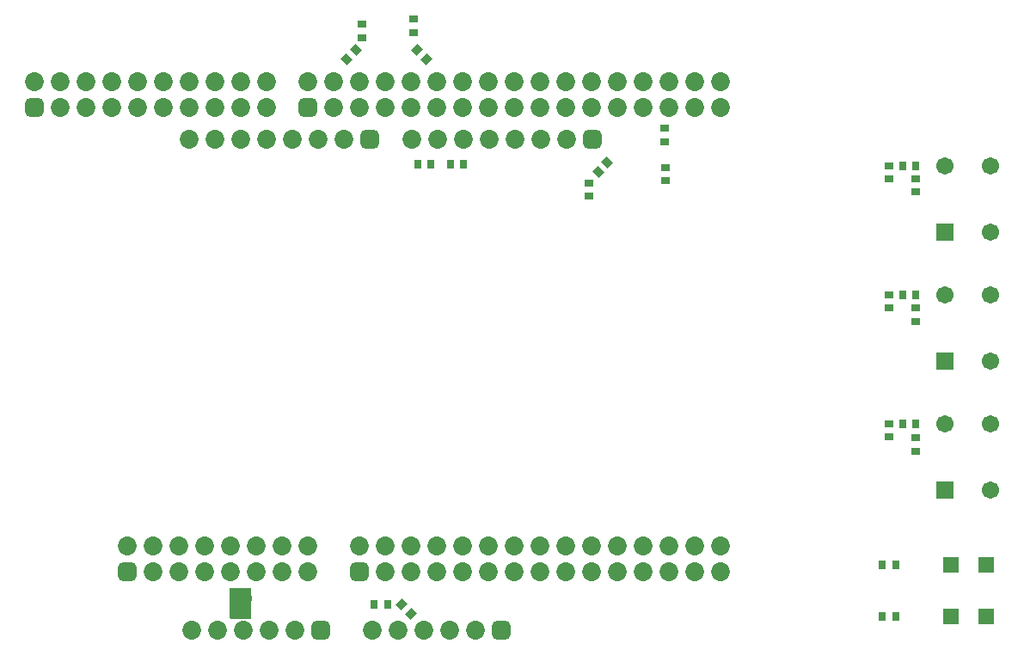
<source format=gbr>
G04*
G04 #@! TF.GenerationSoftware,Altium Limited,Altium Designer,23.10.1 (27)*
G04*
G04 Layer_Color=8388736*
%FSLAX44Y44*%
%MOMM*%
G71*
G04*
G04 #@! TF.SameCoordinates,671930CB-C111-41D6-978D-B382350784AC*
G04*
G04*
G04 #@! TF.FilePolarity,Negative*
G04*
G01*
G75*
%ADD13R,0.9032X0.8032*%
G04:AMPARAMS|DCode=14|XSize=0.9032mm|YSize=0.8032mm|CornerRadius=0mm|HoleSize=0mm|Usage=FLASHONLY|Rotation=45.000|XOffset=0mm|YOffset=0mm|HoleType=Round|Shape=Rectangle|*
%AMROTATEDRECTD14*
4,1,4,-0.0354,-0.6033,-0.6033,-0.0354,0.0354,0.6033,0.6033,0.0354,-0.0354,-0.6033,0.0*
%
%ADD14ROTATEDRECTD14*%

G04:AMPARAMS|DCode=15|XSize=0.9032mm|YSize=0.8032mm|CornerRadius=0mm|HoleSize=0mm|Usage=FLASHONLY|Rotation=135.000|XOffset=0mm|YOffset=0mm|HoleType=Round|Shape=Rectangle|*
%AMROTATEDRECTD15*
4,1,4,0.6033,-0.0354,0.0354,-0.6033,-0.6033,0.0354,-0.0354,0.6033,0.6033,-0.0354,0.0*
%
%ADD15ROTATEDRECTD15*%

%ADD16R,0.8032X0.9032*%
%ADD17R,1.5000X1.5000*%
G04:AMPARAMS|DCode=18|XSize=1.8532mm|YSize=1.8532mm|CornerRadius=0.5141mm|HoleSize=0mm|Usage=FLASHONLY|Rotation=180.000|XOffset=0mm|YOffset=0mm|HoleType=Round|Shape=RoundedRectangle|*
%AMROUNDEDRECTD18*
21,1,1.8532,0.8250,0,0,180.0*
21,1,0.8250,1.8532,0,0,180.0*
1,1,1.0282,-0.4125,0.4125*
1,1,1.0282,0.4125,0.4125*
1,1,1.0282,0.4125,-0.4125*
1,1,1.0282,-0.4125,-0.4125*
%
%ADD18ROUNDEDRECTD18*%
%ADD19C,1.8532*%
%ADD20R,1.7032X1.7032*%
%ADD21C,1.7032*%
G36*
X254700Y110983D02*
X254794Y110954D01*
X254881Y110908D01*
X254957Y110845D01*
X255020Y110769D01*
X255066Y110682D01*
X255095Y110588D01*
X255104Y110490D01*
Y103124D01*
X255519D01*
X255519Y98552D01*
X255091Y98155D01*
X255095Y98142D01*
X255096Y98134D01*
X255098Y98127D01*
X255100Y98085D01*
X255104Y98044D01*
Y81280D01*
X255095Y81182D01*
X255066Y81088D01*
X255020Y81001D01*
X254957Y80925D01*
X254881Y80862D01*
X254794Y80816D01*
X254700Y80787D01*
X254602Y80778D01*
X234590D01*
X234542Y80782D01*
X234496Y80786D01*
X234494Y80787D01*
X234492Y80787D01*
X234447Y80801D01*
X234401Y80814D01*
X234400Y80815D01*
X234397Y80816D01*
X234356Y80838D01*
X234314Y80860D01*
X234312Y80861D01*
X234311Y80862D01*
X234275Y80892D01*
X234238Y80922D01*
X234236Y80923D01*
X234234Y80925D01*
X234205Y80961D01*
X234174Y80997D01*
X234173Y80999D01*
X234172Y81001D01*
X234150Y81041D01*
X234127Y81084D01*
X234127Y81086D01*
X234125Y81088D01*
X234112Y81132D01*
X234098Y81178D01*
X234098Y81180D01*
X234097Y81182D01*
X234092Y81229D01*
X234087Y81276D01*
X233940Y98040D01*
X233943Y98081D01*
X233946Y98123D01*
X233948Y98130D01*
X233948Y98138D01*
X233960Y98178D01*
X233971Y98218D01*
X233974Y98225D01*
X233976Y98232D01*
X233992Y98263D01*
X233680Y98552D01*
Y103124D01*
X234100D01*
Y110490D01*
X234109Y110588D01*
X234138Y110682D01*
X234184Y110769D01*
X234247Y110845D01*
X234323Y110908D01*
X234410Y110954D01*
X234504Y110983D01*
X234602Y110992D01*
X254602D01*
X254700Y110983D01*
D02*
G37*
D13*
X414782Y658068D02*
D03*
Y671068D02*
D03*
X587248Y509778D02*
D03*
Y496778D02*
D03*
X662432Y550626D02*
D03*
Y563626D02*
D03*
X662940Y525272D02*
D03*
Y512272D02*
D03*
X909574Y245826D02*
D03*
Y258826D02*
D03*
Y373634D02*
D03*
Y386634D02*
D03*
Y500842D02*
D03*
Y513842D02*
D03*
X364490Y653034D02*
D03*
Y666034D02*
D03*
X882904Y399542D02*
D03*
Y386542D02*
D03*
Y526796D02*
D03*
Y513796D02*
D03*
Y272542D02*
D03*
Y259542D02*
D03*
D14*
X418296Y640863D02*
D03*
X427489Y631670D02*
D03*
X403050Y94790D02*
D03*
X412242Y85598D02*
D03*
D15*
X605790Y529590D02*
D03*
X596598Y520398D02*
D03*
X358205Y640688D02*
D03*
X349013Y631496D02*
D03*
D16*
X431800Y528066D02*
D03*
X418800D02*
D03*
X464104D02*
D03*
X451104D02*
D03*
X376128Y94996D02*
D03*
X389128D02*
D03*
X889504Y83058D02*
D03*
X876504D02*
D03*
X909574Y272542D02*
D03*
X896574D02*
D03*
X909620Y399542D02*
D03*
X896620D02*
D03*
X909620Y526796D02*
D03*
X896620D02*
D03*
X876508Y133604D02*
D03*
X889508D02*
D03*
D17*
X943894Y83058D02*
D03*
X978894D02*
D03*
X943890Y134112D02*
D03*
X978890D02*
D03*
D18*
X501500Y69497D02*
D03*
X323200D02*
D03*
X372100Y552697D02*
D03*
X591200D02*
D03*
X41778Y583880D02*
D03*
X361818Y126680D02*
D03*
X133218Y126680D02*
D03*
X311018Y583880D02*
D03*
D19*
X425300Y69497D02*
D03*
X450700D02*
D03*
X476100D02*
D03*
X399900D02*
D03*
X374500D02*
D03*
X196200D02*
D03*
X272400D02*
D03*
X247000D02*
D03*
X221600D02*
D03*
X297800D02*
D03*
X194300Y552697D02*
D03*
X219700D02*
D03*
X245100D02*
D03*
X270500D02*
D03*
X346700D02*
D03*
X321300D02*
D03*
X295900D02*
D03*
X413400D02*
D03*
X438800D02*
D03*
X464200D02*
D03*
X489600D02*
D03*
X565800D02*
D03*
X540400D02*
D03*
X515000D02*
D03*
X117978Y583880D02*
D03*
X92578D02*
D03*
X67178D02*
D03*
X143378D02*
D03*
X168778D02*
D03*
X41778Y609280D02*
D03*
X117978D02*
D03*
X92578D02*
D03*
X67178D02*
D03*
X143378D02*
D03*
X168778D02*
D03*
X194178Y583880D02*
D03*
X244978D02*
D03*
X219578D02*
D03*
X270378D02*
D03*
X194178Y609280D02*
D03*
X244978D02*
D03*
X219578D02*
D03*
X270378D02*
D03*
X692018Y126680D02*
D03*
X641218D02*
D03*
X615818D02*
D03*
X666618D02*
D03*
X717418D02*
D03*
Y152080D02*
D03*
X438018Y126680D02*
D03*
X412618D02*
D03*
X387218D02*
D03*
X463418D02*
D03*
X488818D02*
D03*
X361818Y152080D02*
D03*
X438018D02*
D03*
X412618D02*
D03*
X387218D02*
D03*
X463418D02*
D03*
X488818D02*
D03*
X514218Y126680D02*
D03*
X565018D02*
D03*
X539618D02*
D03*
X590418D02*
D03*
X514218Y152080D02*
D03*
X641218D02*
D03*
X692018D02*
D03*
X615818D02*
D03*
X565018D02*
D03*
X539618D02*
D03*
X590418D02*
D03*
X666618D02*
D03*
X311018Y152080D02*
D03*
X285618D02*
D03*
X311018Y126680D02*
D03*
X285618D02*
D03*
X260218Y152080D02*
D03*
X234818D02*
D03*
X158618D02*
D03*
X184018D02*
D03*
X209418D02*
D03*
X133218D02*
D03*
X260218Y126680D02*
D03*
X234818D02*
D03*
X158618D02*
D03*
X184018D02*
D03*
X209418D02*
D03*
X692018Y583880D02*
D03*
X641218D02*
D03*
X590418D02*
D03*
X565018D02*
D03*
X615818D02*
D03*
X666618D02*
D03*
X717418D02*
D03*
X692018Y609280D02*
D03*
X666618D02*
D03*
X717418D02*
D03*
X387218Y583880D02*
D03*
X361818D02*
D03*
X336418D02*
D03*
X412618D02*
D03*
X438018D02*
D03*
X311018Y609280D02*
D03*
X387218D02*
D03*
X361818D02*
D03*
X336418D02*
D03*
X412618D02*
D03*
X438018D02*
D03*
X463418Y583880D02*
D03*
X514218D02*
D03*
X488818D02*
D03*
X539618D02*
D03*
X463418Y609280D02*
D03*
X590418D02*
D03*
X641218D02*
D03*
X565018D02*
D03*
X514218D02*
D03*
X488818D02*
D03*
X539618D02*
D03*
X615818D02*
D03*
D20*
X938384Y461738D02*
D03*
X938382Y207784D02*
D03*
Y334784D02*
D03*
D21*
X983384Y461738D02*
D03*
Y526738D02*
D03*
X938384D02*
D03*
X983382Y207784D02*
D03*
Y272784D02*
D03*
X938382D02*
D03*
X983382Y334784D02*
D03*
Y399784D02*
D03*
X938382D02*
D03*
M02*

</source>
